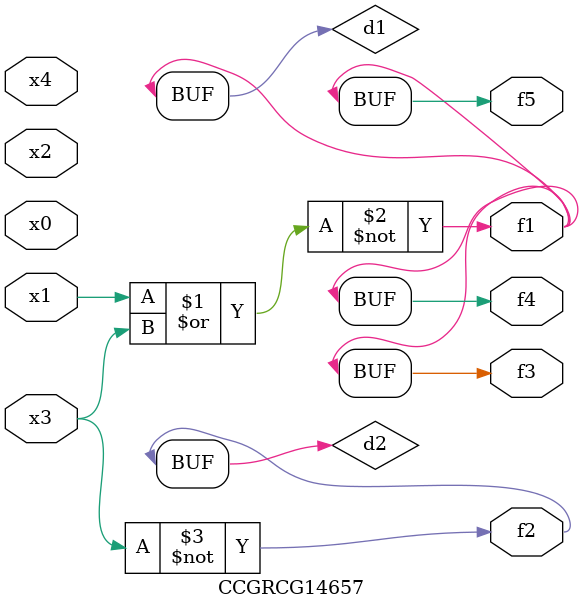
<source format=v>
module CCGRCG14657(
	input x0, x1, x2, x3, x4,
	output f1, f2, f3, f4, f5
);

	wire d1, d2;

	nor (d1, x1, x3);
	not (d2, x3);
	assign f1 = d1;
	assign f2 = d2;
	assign f3 = d1;
	assign f4 = d1;
	assign f5 = d1;
endmodule

</source>
